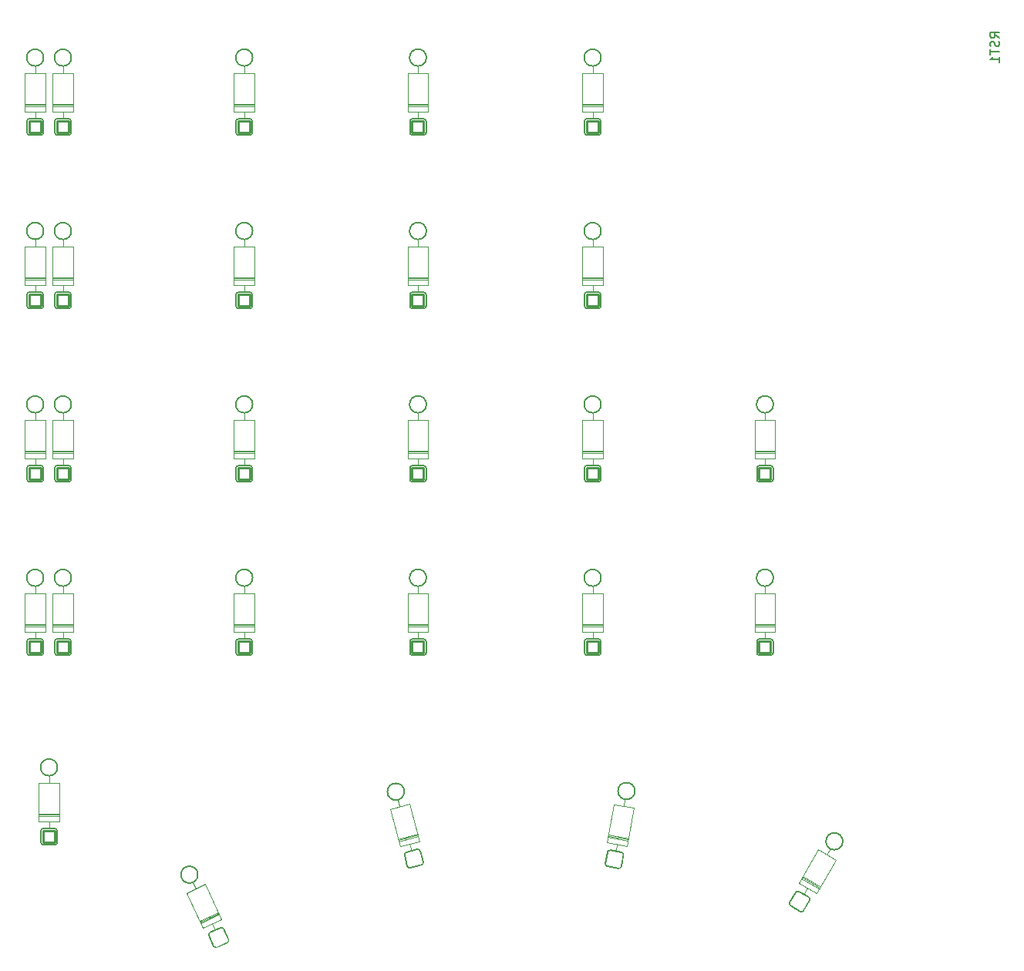
<source format=gbo>
%TF.GenerationSoftware,KiCad,Pcbnew,5.99.0-unknown-5f3c67bd2b~134~ubuntu20.04.1*%
%TF.CreationDate,2021-09-29T14:39:44+02:00*%
%TF.ProjectId,knuckle-pad,6b6e7563-6b6c-4652-9d70-61642e6b6963,rev?*%
%TF.SameCoordinates,Original*%
%TF.FileFunction,Legend,Bot*%
%TF.FilePolarity,Positive*%
%FSLAX46Y46*%
G04 Gerber Fmt 4.6, Leading zero omitted, Abs format (unit mm)*
G04 Created by KiCad (PCBNEW 5.99.0-unknown-5f3c67bd2b~134~ubuntu20.04.1) date 2021-09-29 14:39:44*
%MOMM*%
%LPD*%
G01*
G04 APERTURE LIST*
G04 Aperture macros list*
%AMRoundRect*
0 Rectangle with rounded corners*
0 $1 Rounding radius*
0 $2 $3 $4 $5 $6 $7 $8 $9 X,Y pos of 4 corners*
0 Add a 4 corners polygon primitive as box body*
4,1,4,$2,$3,$4,$5,$6,$7,$8,$9,$2,$3,0*
0 Add four circle primitives for the rounded corners*
1,1,$1+$1,$2,$3*
1,1,$1+$1,$4,$5*
1,1,$1+$1,$6,$7*
1,1,$1+$1,$8,$9*
0 Add four rect primitives between the rounded corners*
20,1,$1+$1,$2,$3,$4,$5,0*
20,1,$1+$1,$4,$5,$6,$7,0*
20,1,$1+$1,$6,$7,$8,$9,0*
20,1,$1+$1,$8,$9,$2,$3,0*%
%AMHorizOval*
0 Thick line with rounded ends*
0 $1 width*
0 $2 $3 position (X,Y) of the first rounded end (center of the circle)*
0 $4 $5 position (X,Y) of the second rounded end (center of the circle)*
0 Add line between two ends*
20,1,$1,$2,$3,$4,$5,0*
0 Add two circle primitives to create the rounded ends*
1,1,$1,$2,$3*
1,1,$1,$4,$5*%
G04 Aperture macros list end*
%ADD10C,0.150000*%
%ADD11C,0.127000*%
%ADD12C,0.120000*%
%ADD13R,1.752600X1.752600*%
%ADD14C,1.752600*%
%ADD15C,1.750000*%
%ADD16C,3.987800*%
%ADD17C,2.250000*%
%ADD18C,4.000000*%
%ADD19RoundRect,0.160000X0.640000X-0.640000X0.640000X0.640000X-0.640000X0.640000X-0.640000X-0.640000X0*%
%ADD20O,1.600000X1.600000*%
%ADD21RoundRect,0.160000X0.850513X-0.309561X0.309561X0.850513X-0.850513X0.309561X-0.309561X-0.850513X0*%
%ADD22HorizOval,1.600000X0.000000X0.000000X0.000000X0.000000X0*%
%ADD23RoundRect,0.160000X0.783837X-0.452548X0.452548X0.783837X-0.783837X0.452548X-0.452548X-0.783837X0*%
%ADD24HorizOval,1.600000X0.000000X0.000000X0.000000X0.000000X0*%
%ADD25RoundRect,0.160000X0.519142X-0.741412X0.741412X0.519142X-0.519142X0.741412X-0.741412X-0.519142X0*%
%ADD26HorizOval,1.600000X0.000000X0.000000X0.000000X0.000000X0*%
%ADD27RoundRect,0.160000X0.234256X-0.874256X0.874256X0.234256X-0.234256X0.874256X-0.874256X-0.234256X0*%
%ADD28HorizOval,1.600000X0.000000X0.000000X0.000000X0.000000X0*%
%ADD29C,2.000000*%
G04 APERTURE END LIST*
D10*
%TO.C,RST1*%
X207218380Y-38727190D02*
X206742190Y-38393857D01*
X207218380Y-38155761D02*
X206218380Y-38155761D01*
X206218380Y-38536714D01*
X206266000Y-38631952D01*
X206313619Y-38679571D01*
X206408857Y-38727190D01*
X206551714Y-38727190D01*
X206646952Y-38679571D01*
X206694571Y-38631952D01*
X206742190Y-38536714D01*
X206742190Y-38155761D01*
X207170761Y-39108142D02*
X207218380Y-39251000D01*
X207218380Y-39489095D01*
X207170761Y-39584333D01*
X207123142Y-39631952D01*
X207027904Y-39679571D01*
X206932666Y-39679571D01*
X206837428Y-39631952D01*
X206789809Y-39584333D01*
X206742190Y-39489095D01*
X206694571Y-39298619D01*
X206646952Y-39203380D01*
X206599333Y-39155761D01*
X206504095Y-39108142D01*
X206408857Y-39108142D01*
X206313619Y-39155761D01*
X206266000Y-39203380D01*
X206218380Y-39298619D01*
X206218380Y-39536714D01*
X206266000Y-39679571D01*
X206218380Y-39965285D02*
X206218380Y-40536714D01*
X207218380Y-40251000D02*
X206218380Y-40251000D01*
X207218380Y-41393857D02*
X207218380Y-40822428D01*
X207218380Y-41108142D02*
X206218380Y-41108142D01*
X206361238Y-41012904D01*
X206456476Y-40917666D01*
X206504095Y-40822428D01*
D11*
%TO.C,D1*%
X102235000Y-49149000D02*
X102235000Y-47879000D01*
D12*
X101346000Y-41833800D02*
X101346000Y-42545000D01*
D11*
X100711000Y-49403000D02*
X101981000Y-49403000D01*
D12*
X100226000Y-42584000D02*
X102466000Y-42584000D01*
X101346000Y-47625000D02*
X101346000Y-46824000D01*
D11*
X101981000Y-47625000D02*
X100711000Y-47625000D01*
D12*
X102466000Y-42584000D02*
X102466000Y-46824000D01*
X102466000Y-46824000D02*
X100226000Y-46824000D01*
X102466000Y-46104000D02*
X100226000Y-46104000D01*
X102466000Y-46224000D02*
X100226000Y-46224000D01*
X100226000Y-46824000D02*
X100226000Y-42584000D01*
D11*
X100457000Y-47879000D02*
X100457000Y-49149000D01*
D12*
X102466000Y-45984000D02*
X100226000Y-45984000D01*
D11*
X100711000Y-47625000D02*
G75*
G03*
X100457000Y-47879000I0J-254000D01*
G01*
X102235000Y-47879000D02*
G75*
G03*
X101981000Y-47625000I-254000J0D01*
G01*
X100457000Y-49149000D02*
G75*
G03*
X100711000Y-49403000I254000J0D01*
G01*
X101981000Y-49403000D02*
G75*
G03*
X102235000Y-49149000I0J254000D01*
G01*
X102270574Y-40894000D02*
G75*
G03*
X102270574Y-40894000I-924574J0D01*
G01*
%TO.C,D2*%
X100711000Y-68450000D02*
X101981000Y-68450000D01*
D12*
X100226000Y-61631000D02*
X102466000Y-61631000D01*
X102466000Y-65871000D02*
X100226000Y-65871000D01*
X102466000Y-65151000D02*
X100226000Y-65151000D01*
D11*
X102235000Y-68196000D02*
X102235000Y-66926000D01*
D12*
X102466000Y-61631000D02*
X102466000Y-65871000D01*
X101346000Y-60880800D02*
X101346000Y-61592000D01*
X100226000Y-65871000D02*
X100226000Y-61631000D01*
X101346000Y-66672000D02*
X101346000Y-65871000D01*
D11*
X101981000Y-66672000D02*
X100711000Y-66672000D01*
X100457000Y-66926000D02*
X100457000Y-68196000D01*
D12*
X102466000Y-65031000D02*
X100226000Y-65031000D01*
X102466000Y-65271000D02*
X100226000Y-65271000D01*
D11*
X101981000Y-68450000D02*
G75*
G03*
X102235000Y-68196000I0J254000D01*
G01*
X100457000Y-68196000D02*
G75*
G03*
X100711000Y-68450000I254000J0D01*
G01*
X100711000Y-66672000D02*
G75*
G03*
X100457000Y-66926000I0J-254000D01*
G01*
X102235000Y-66926000D02*
G75*
G03*
X101981000Y-66672000I-254000J0D01*
G01*
X102270574Y-59941000D02*
G75*
G03*
X102270574Y-59941000I-924574J0D01*
G01*
D12*
%TO.C,D3*%
X102466000Y-84324000D02*
X100226000Y-84324000D01*
X100226000Y-80684000D02*
X102466000Y-80684000D01*
X102466000Y-84084000D02*
X100226000Y-84084000D01*
X102466000Y-80684000D02*
X102466000Y-84924000D01*
D11*
X100711000Y-87503000D02*
X101981000Y-87503000D01*
D12*
X102466000Y-84924000D02*
X100226000Y-84924000D01*
D11*
X102235000Y-87249000D02*
X102235000Y-85979000D01*
D12*
X102466000Y-84204000D02*
X100226000Y-84204000D01*
D11*
X101981000Y-85725000D02*
X100711000Y-85725000D01*
X100457000Y-85979000D02*
X100457000Y-87249000D01*
D12*
X101346000Y-79933800D02*
X101346000Y-80645000D01*
X101346000Y-85725000D02*
X101346000Y-84924000D01*
X100226000Y-84924000D02*
X100226000Y-80684000D01*
D11*
X100711000Y-85725000D02*
G75*
G03*
X100457000Y-85979000I0J-254000D01*
G01*
X102235000Y-85979000D02*
G75*
G03*
X101981000Y-85725000I-254000J0D01*
G01*
X101981000Y-87503000D02*
G75*
G03*
X102235000Y-87249000I0J254000D01*
G01*
X100457000Y-87249000D02*
G75*
G03*
X100711000Y-87503000I254000J0D01*
G01*
X102270574Y-78994000D02*
G75*
G03*
X102270574Y-78994000I-924574J0D01*
G01*
D12*
%TO.C,D4*%
X102466000Y-103374000D02*
X100226000Y-103374000D01*
X102466000Y-103974000D02*
X100226000Y-103974000D01*
X100226000Y-103974000D02*
X100226000Y-99734000D01*
X102466000Y-99734000D02*
X102466000Y-103974000D01*
X101346000Y-98983800D02*
X101346000Y-99695000D01*
X102466000Y-103134000D02*
X100226000Y-103134000D01*
D11*
X102235000Y-106299000D02*
X102235000Y-105029000D01*
D12*
X100226000Y-99734000D02*
X102466000Y-99734000D01*
D11*
X100457000Y-105029000D02*
X100457000Y-106299000D01*
D12*
X102466000Y-103254000D02*
X100226000Y-103254000D01*
D11*
X101981000Y-104775000D02*
X100711000Y-104775000D01*
X100711000Y-106553000D02*
X101981000Y-106553000D01*
D12*
X101346000Y-104775000D02*
X101346000Y-103974000D01*
D11*
X102235000Y-105029000D02*
G75*
G03*
X101981000Y-104775000I-254000J0D01*
G01*
X100457000Y-106299000D02*
G75*
G03*
X100711000Y-106553000I254000J0D01*
G01*
X101981000Y-106553000D02*
G75*
G03*
X102235000Y-106299000I0J254000D01*
G01*
X100711000Y-104775000D02*
G75*
G03*
X100457000Y-105029000I0J-254000D01*
G01*
X102270574Y-98044000D02*
G75*
G03*
X102270574Y-98044000I-924574J0D01*
G01*
D12*
%TO.C,D5*%
X103990000Y-124202000D02*
X101750000Y-124202000D01*
X103990000Y-120562000D02*
X103990000Y-124802000D01*
D11*
X101981000Y-125857000D02*
X101981000Y-127127000D01*
D12*
X103990000Y-123962000D02*
X101750000Y-123962000D01*
D11*
X103505000Y-125603000D02*
X102235000Y-125603000D01*
X103759000Y-127127000D02*
X103759000Y-125857000D01*
D12*
X103990000Y-124082000D02*
X101750000Y-124082000D01*
X102870000Y-119811800D02*
X102870000Y-120523000D01*
X101750000Y-120562000D02*
X103990000Y-120562000D01*
D11*
X102235000Y-127381000D02*
X103505000Y-127381000D01*
D12*
X102870000Y-125603000D02*
X102870000Y-124802000D01*
X101750000Y-124802000D02*
X101750000Y-120562000D01*
X103990000Y-124802000D02*
X101750000Y-124802000D01*
D11*
X102235000Y-125603000D02*
G75*
G03*
X101981000Y-125857000I0J-254000D01*
G01*
X103759000Y-125857000D02*
G75*
G03*
X103505000Y-125603000I-254000J0D01*
G01*
X103505000Y-127381000D02*
G75*
G03*
X103759000Y-127127000I0J254000D01*
G01*
X101981000Y-127127000D02*
G75*
G03*
X102235000Y-127381000I254000J0D01*
G01*
X103794574Y-118872000D02*
G75*
G03*
X103794574Y-118872000I-924574J0D01*
G01*
D12*
%TO.C,D6*%
X104394000Y-47625000D02*
X104394000Y-46824000D01*
X105514000Y-46104000D02*
X103274000Y-46104000D01*
X105514000Y-46224000D02*
X103274000Y-46224000D01*
X104394000Y-41833800D02*
X104394000Y-42545000D01*
X103274000Y-46824000D02*
X103274000Y-42584000D01*
X105514000Y-45984000D02*
X103274000Y-45984000D01*
D11*
X105283000Y-49149000D02*
X105283000Y-47879000D01*
D12*
X105514000Y-42584000D02*
X105514000Y-46824000D01*
D11*
X103505000Y-47879000D02*
X103505000Y-49149000D01*
D12*
X103274000Y-42584000D02*
X105514000Y-42584000D01*
X105514000Y-46824000D02*
X103274000Y-46824000D01*
D11*
X103759000Y-49403000D02*
X105029000Y-49403000D01*
X105029000Y-47625000D02*
X103759000Y-47625000D01*
X105283000Y-47879000D02*
G75*
G03*
X105029000Y-47625000I-254000J0D01*
G01*
X103505000Y-49149000D02*
G75*
G03*
X103759000Y-49403000I254000J0D01*
G01*
X103759000Y-47625000D02*
G75*
G03*
X103505000Y-47879000I0J-254000D01*
G01*
X105029000Y-49403000D02*
G75*
G03*
X105283000Y-49149000I0J254000D01*
G01*
X105318574Y-40894000D02*
G75*
G03*
X105318574Y-40894000I-924574J0D01*
G01*
D12*
%TO.C,D7*%
X105514000Y-65874000D02*
X103274000Y-65874000D01*
X104394000Y-66675000D02*
X104394000Y-65874000D01*
D11*
X105029000Y-66675000D02*
X103759000Y-66675000D01*
X105283000Y-68199000D02*
X105283000Y-66929000D01*
D12*
X104394000Y-60883800D02*
X104394000Y-61595000D01*
X103274000Y-61634000D02*
X105514000Y-61634000D01*
X105514000Y-65274000D02*
X103274000Y-65274000D01*
X105514000Y-61634000D02*
X105514000Y-65874000D01*
X105514000Y-65034000D02*
X103274000Y-65034000D01*
D11*
X103759000Y-68453000D02*
X105029000Y-68453000D01*
X103505000Y-66929000D02*
X103505000Y-68199000D01*
D12*
X103274000Y-65874000D02*
X103274000Y-61634000D01*
X105514000Y-65154000D02*
X103274000Y-65154000D01*
D11*
X103759000Y-66675000D02*
G75*
G03*
X103505000Y-66929000I0J-254000D01*
G01*
X103505000Y-68199000D02*
G75*
G03*
X103759000Y-68453000I254000J0D01*
G01*
X105029000Y-68453000D02*
G75*
G03*
X105283000Y-68199000I0J254000D01*
G01*
X105283000Y-66929000D02*
G75*
G03*
X105029000Y-66675000I-254000J0D01*
G01*
X105318574Y-59944000D02*
G75*
G03*
X105318574Y-59944000I-924574J0D01*
G01*
%TO.C,D8*%
X105283000Y-87249000D02*
X105283000Y-85979000D01*
D12*
X104394000Y-79933800D02*
X104394000Y-80645000D01*
D11*
X103759000Y-87503000D02*
X105029000Y-87503000D01*
D12*
X103274000Y-80684000D02*
X105514000Y-80684000D01*
D11*
X105029000Y-85725000D02*
X103759000Y-85725000D01*
D12*
X105514000Y-84924000D02*
X103274000Y-84924000D01*
X105514000Y-84324000D02*
X103274000Y-84324000D01*
X103274000Y-84924000D02*
X103274000Y-80684000D01*
X105514000Y-84204000D02*
X103274000Y-84204000D01*
X104394000Y-85725000D02*
X104394000Y-84924000D01*
X105514000Y-84084000D02*
X103274000Y-84084000D01*
D11*
X103505000Y-85979000D02*
X103505000Y-87249000D01*
D12*
X105514000Y-80684000D02*
X105514000Y-84924000D01*
D11*
X103759000Y-85725000D02*
G75*
G03*
X103505000Y-85979000I0J-254000D01*
G01*
X105283000Y-85979000D02*
G75*
G03*
X105029000Y-85725000I-254000J0D01*
G01*
X103505000Y-87249000D02*
G75*
G03*
X103759000Y-87503000I254000J0D01*
G01*
X105029000Y-87503000D02*
G75*
G03*
X105283000Y-87249000I0J254000D01*
G01*
X105318574Y-78994000D02*
G75*
G03*
X105318574Y-78994000I-924574J0D01*
G01*
%TO.C,D9*%
X103505000Y-105029000D02*
X103505000Y-106299000D01*
X103759000Y-106553000D02*
X105029000Y-106553000D01*
X105029000Y-104775000D02*
X103759000Y-104775000D01*
D12*
X104394000Y-104775000D02*
X104394000Y-103974000D01*
D11*
X105283000Y-106299000D02*
X105283000Y-105029000D01*
D12*
X103274000Y-103974000D02*
X103274000Y-99734000D01*
X104394000Y-98983800D02*
X104394000Y-99695000D01*
X105514000Y-99734000D02*
X105514000Y-103974000D01*
X105514000Y-103134000D02*
X103274000Y-103134000D01*
X105514000Y-103254000D02*
X103274000Y-103254000D01*
X105514000Y-103374000D02*
X103274000Y-103374000D01*
X105514000Y-103974000D02*
X103274000Y-103974000D01*
X103274000Y-99734000D02*
X105514000Y-99734000D01*
D11*
X103759000Y-104775000D02*
G75*
G03*
X103505000Y-105029000I0J-254000D01*
G01*
X105029000Y-106553000D02*
G75*
G03*
X105283000Y-106299000I0J254000D01*
G01*
X103505000Y-106299000D02*
G75*
G03*
X103759000Y-106553000I254000J0D01*
G01*
X105283000Y-105029000D02*
G75*
G03*
X105029000Y-104775000I-254000J0D01*
G01*
X105318574Y-98044000D02*
G75*
G03*
X105318574Y-98044000I-924574J0D01*
G01*
D12*
%TO.C,D10*%
X123180000Y-42584000D02*
X125420000Y-42584000D01*
D11*
X124935000Y-47625000D02*
X123665000Y-47625000D01*
X123411000Y-47879000D02*
X123411000Y-49149000D01*
D12*
X125420000Y-45984000D02*
X123180000Y-45984000D01*
X125420000Y-42584000D02*
X125420000Y-46824000D01*
X125420000Y-46824000D02*
X123180000Y-46824000D01*
D11*
X125189000Y-49149000D02*
X125189000Y-47879000D01*
D12*
X124300000Y-47625000D02*
X124300000Y-46824000D01*
D11*
X123665000Y-49403000D02*
X124935000Y-49403000D01*
D12*
X125420000Y-46104000D02*
X123180000Y-46104000D01*
X123180000Y-46824000D02*
X123180000Y-42584000D01*
X125420000Y-46224000D02*
X123180000Y-46224000D01*
X124300000Y-41833800D02*
X124300000Y-42545000D01*
D11*
X124935000Y-49403000D02*
G75*
G03*
X125189000Y-49149000I0J254000D01*
G01*
X125189000Y-47879000D02*
G75*
G03*
X124935000Y-47625000I-254000J0D01*
G01*
X123665000Y-47625000D02*
G75*
G03*
X123411000Y-47879000I0J-254000D01*
G01*
X123411000Y-49149000D02*
G75*
G03*
X123665000Y-49403000I254000J0D01*
G01*
X125224574Y-40894000D02*
G75*
G03*
X125224574Y-40894000I-924574J0D01*
G01*
D12*
%TO.C,D11*%
X124300000Y-66675000D02*
X124300000Y-65874000D01*
X125420000Y-61634000D02*
X125420000Y-65874000D01*
X125420000Y-65274000D02*
X123180000Y-65274000D01*
D11*
X123665000Y-68453000D02*
X124935000Y-68453000D01*
D12*
X125420000Y-65154000D02*
X123180000Y-65154000D01*
X124300000Y-60883800D02*
X124300000Y-61595000D01*
X123180000Y-65874000D02*
X123180000Y-61634000D01*
D11*
X125189000Y-68199000D02*
X125189000Y-66929000D01*
D12*
X125420000Y-65034000D02*
X123180000Y-65034000D01*
X123180000Y-61634000D02*
X125420000Y-61634000D01*
X125420000Y-65874000D02*
X123180000Y-65874000D01*
D11*
X124935000Y-66675000D02*
X123665000Y-66675000D01*
X123411000Y-66929000D02*
X123411000Y-68199000D01*
X124935000Y-68453000D02*
G75*
G03*
X125189000Y-68199000I0J254000D01*
G01*
X123411000Y-68199000D02*
G75*
G03*
X123665000Y-68453000I254000J0D01*
G01*
X125189000Y-66929000D02*
G75*
G03*
X124935000Y-66675000I-254000J0D01*
G01*
X123665000Y-66675000D02*
G75*
G03*
X123411000Y-66929000I0J-254000D01*
G01*
X125224574Y-59944000D02*
G75*
G03*
X125224574Y-59944000I-924574J0D01*
G01*
D12*
%TO.C,D12*%
X124300000Y-85725000D02*
X124300000Y-84924000D01*
X125420000Y-84204000D02*
X123180000Y-84204000D01*
D11*
X123411000Y-85979000D02*
X123411000Y-87249000D01*
D12*
X123180000Y-80684000D02*
X125420000Y-80684000D01*
X125420000Y-80684000D02*
X125420000Y-84924000D01*
X125420000Y-84924000D02*
X123180000Y-84924000D01*
X125420000Y-84324000D02*
X123180000Y-84324000D01*
X124300000Y-79933800D02*
X124300000Y-80645000D01*
X123180000Y-84924000D02*
X123180000Y-80684000D01*
X125420000Y-84084000D02*
X123180000Y-84084000D01*
D11*
X124935000Y-85725000D02*
X123665000Y-85725000D01*
X125189000Y-87249000D02*
X125189000Y-85979000D01*
X123665000Y-87503000D02*
X124935000Y-87503000D01*
X124935000Y-87503000D02*
G75*
G03*
X125189000Y-87249000I0J254000D01*
G01*
X125189000Y-85979000D02*
G75*
G03*
X124935000Y-85725000I-254000J0D01*
G01*
X123665000Y-85725000D02*
G75*
G03*
X123411000Y-85979000I0J-254000D01*
G01*
X123411000Y-87249000D02*
G75*
G03*
X123665000Y-87503000I254000J0D01*
G01*
X125224574Y-78994000D02*
G75*
G03*
X125224574Y-78994000I-924574J0D01*
G01*
D12*
%TO.C,D13*%
X124300000Y-104775000D02*
X124300000Y-103974000D01*
X125420000Y-103374000D02*
X123180000Y-103374000D01*
D11*
X125189000Y-106299000D02*
X125189000Y-105029000D01*
X124935000Y-104775000D02*
X123665000Y-104775000D01*
D12*
X125420000Y-103974000D02*
X123180000Y-103974000D01*
X125420000Y-103134000D02*
X123180000Y-103134000D01*
X123180000Y-103974000D02*
X123180000Y-99734000D01*
X123180000Y-99734000D02*
X125420000Y-99734000D01*
X125420000Y-103254000D02*
X123180000Y-103254000D01*
X125420000Y-99734000D02*
X125420000Y-103974000D01*
D11*
X123665000Y-106553000D02*
X124935000Y-106553000D01*
D12*
X124300000Y-98983800D02*
X124300000Y-99695000D01*
D11*
X123411000Y-105029000D02*
X123411000Y-106299000D01*
X123411000Y-106299000D02*
G75*
G03*
X123665000Y-106553000I254000J0D01*
G01*
X123665000Y-104775000D02*
G75*
G03*
X123411000Y-105029000I0J-254000D01*
G01*
X125189000Y-105029000D02*
G75*
G03*
X124935000Y-104775000I-254000J0D01*
G01*
X124935000Y-106553000D02*
G75*
G03*
X125189000Y-106299000I0J254000D01*
G01*
X125224574Y-98044000D02*
G75*
G03*
X125224574Y-98044000I-924574J0D01*
G01*
D12*
%TO.C,D14*%
X119768886Y-136506705D02*
X117976985Y-132663960D01*
X121444016Y-134798742D02*
X119413887Y-135745406D01*
X117976985Y-132663960D02*
X120007114Y-131717295D01*
D11*
X121697973Y-136490962D02*
X120546962Y-137027688D01*
D12*
X121799015Y-135560040D02*
X119768886Y-136506705D01*
X121545444Y-135016255D02*
X119515315Y-135962920D01*
X121122468Y-136759325D02*
X120783951Y-136033373D01*
D11*
X122572246Y-137764830D02*
X122035521Y-136613820D01*
D12*
X120007114Y-131717295D02*
X121799015Y-135560040D01*
D11*
X121298378Y-138639103D02*
X122449389Y-138102378D01*
D12*
X121494730Y-134907498D02*
X119464601Y-135854163D01*
D11*
X120424105Y-137365235D02*
X120960831Y-138516246D01*
D12*
X118675001Y-131510715D02*
X118975567Y-132155281D01*
D11*
X122035521Y-136613820D02*
G75*
G03*
X121697973Y-136490962I-230203J-107345D01*
G01*
X122449390Y-138102378D02*
G75*
G03*
X122572246Y-137764830I-107346J230202D01*
G01*
X120960831Y-138516246D02*
G75*
G03*
X121298378Y-138639103I230202J107345D01*
G01*
X120546963Y-137027687D02*
G75*
G03*
X120424105Y-137365235I107345J-230203D01*
G01*
X119202397Y-130658967D02*
G75*
G03*
X119202397Y-130658967I-924573J0D01*
G01*
%TO.C,D15*%
X144272000Y-49149000D02*
X144272000Y-47879000D01*
D12*
X144503000Y-46224000D02*
X142263000Y-46224000D01*
X144503000Y-42584000D02*
X144503000Y-46824000D01*
D11*
X144018000Y-47625000D02*
X142748000Y-47625000D01*
X142748000Y-49403000D02*
X144018000Y-49403000D01*
D12*
X144503000Y-46104000D02*
X142263000Y-46104000D01*
X143383000Y-47625000D02*
X143383000Y-46824000D01*
X143383000Y-41833800D02*
X143383000Y-42545000D01*
X144503000Y-46824000D02*
X142263000Y-46824000D01*
X142263000Y-42584000D02*
X144503000Y-42584000D01*
X142263000Y-46824000D02*
X142263000Y-42584000D01*
X144503000Y-45984000D02*
X142263000Y-45984000D01*
D11*
X142494000Y-47879000D02*
X142494000Y-49149000D01*
X142494000Y-49149000D02*
G75*
G03*
X142748000Y-49403000I254000J0D01*
G01*
X142748000Y-47625000D02*
G75*
G03*
X142494000Y-47879000I0J-254000D01*
G01*
X144272000Y-47879000D02*
G75*
G03*
X144018000Y-47625000I-254000J0D01*
G01*
X144018000Y-49403000D02*
G75*
G03*
X144272000Y-49149000I0J254000D01*
G01*
X144307574Y-40894000D02*
G75*
G03*
X144307574Y-40894000I-924574J0D01*
G01*
%TO.C,D16*%
X142494000Y-66929000D02*
X142494000Y-68199000D01*
X144272000Y-68199000D02*
X144272000Y-66929000D01*
D12*
X144503000Y-65874000D02*
X142263000Y-65874000D01*
X144503000Y-65034000D02*
X142263000Y-65034000D01*
X144503000Y-65274000D02*
X142263000Y-65274000D01*
D11*
X144018000Y-66675000D02*
X142748000Y-66675000D01*
D12*
X143383000Y-60883800D02*
X143383000Y-61595000D01*
X142263000Y-61634000D02*
X144503000Y-61634000D01*
X144503000Y-65154000D02*
X142263000Y-65154000D01*
X143383000Y-66675000D02*
X143383000Y-65874000D01*
X142263000Y-65874000D02*
X142263000Y-61634000D01*
D11*
X142748000Y-68453000D02*
X144018000Y-68453000D01*
D12*
X144503000Y-61634000D02*
X144503000Y-65874000D01*
D11*
X142748000Y-66675000D02*
G75*
G03*
X142494000Y-66929000I0J-254000D01*
G01*
X142494000Y-68199000D02*
G75*
G03*
X142748000Y-68453000I254000J0D01*
G01*
X144018000Y-68453000D02*
G75*
G03*
X144272000Y-68199000I0J254000D01*
G01*
X144272000Y-66929000D02*
G75*
G03*
X144018000Y-66675000I-254000J0D01*
G01*
X144307574Y-59944000D02*
G75*
G03*
X144307574Y-59944000I-924574J0D01*
G01*
D12*
%TO.C,D17*%
X144503000Y-84324000D02*
X142263000Y-84324000D01*
X142263000Y-80684000D02*
X144503000Y-80684000D01*
D11*
X142494000Y-85979000D02*
X142494000Y-87249000D01*
D12*
X143383000Y-85725000D02*
X143383000Y-84924000D01*
X144503000Y-84084000D02*
X142263000Y-84084000D01*
X144503000Y-80684000D02*
X144503000Y-84924000D01*
D11*
X144018000Y-85725000D02*
X142748000Y-85725000D01*
X144272000Y-87249000D02*
X144272000Y-85979000D01*
D12*
X142263000Y-84924000D02*
X142263000Y-80684000D01*
X143383000Y-79933800D02*
X143383000Y-80645000D01*
D11*
X142748000Y-87503000D02*
X144018000Y-87503000D01*
D12*
X144503000Y-84924000D02*
X142263000Y-84924000D01*
X144503000Y-84204000D02*
X142263000Y-84204000D01*
D11*
X142748000Y-85725000D02*
G75*
G03*
X142494000Y-85979000I0J-254000D01*
G01*
X144272000Y-85979000D02*
G75*
G03*
X144018000Y-85725000I-254000J0D01*
G01*
X144018000Y-87503000D02*
G75*
G03*
X144272000Y-87249000I0J254000D01*
G01*
X142494000Y-87249000D02*
G75*
G03*
X142748000Y-87503000I254000J0D01*
G01*
X144307574Y-78994000D02*
G75*
G03*
X144307574Y-78994000I-924574J0D01*
G01*
%TO.C,D18*%
X142494000Y-105029000D02*
X142494000Y-106299000D01*
D12*
X143383000Y-104775000D02*
X143383000Y-103974000D01*
X142263000Y-103974000D02*
X142263000Y-99734000D01*
X143383000Y-98983800D02*
X143383000Y-99695000D01*
X144503000Y-103974000D02*
X142263000Y-103974000D01*
X142263000Y-99734000D02*
X144503000Y-99734000D01*
D11*
X144018000Y-104775000D02*
X142748000Y-104775000D01*
D12*
X144503000Y-99734000D02*
X144503000Y-103974000D01*
X144503000Y-103254000D02*
X142263000Y-103254000D01*
X144503000Y-103134000D02*
X142263000Y-103134000D01*
D11*
X142748000Y-106553000D02*
X144018000Y-106553000D01*
D12*
X144503000Y-103374000D02*
X142263000Y-103374000D01*
D11*
X144272000Y-106299000D02*
X144272000Y-105029000D01*
X142494000Y-106299000D02*
G75*
G03*
X142748000Y-106553000I254000J0D01*
G01*
X144272000Y-105029000D02*
G75*
G03*
X144018000Y-104775000I-254000J0D01*
G01*
X142748000Y-104775000D02*
G75*
G03*
X142494000Y-105029000I0J-254000D01*
G01*
X144018000Y-106553000D02*
G75*
G03*
X144272000Y-106299000I0J254000D01*
G01*
X144307574Y-98044000D02*
G75*
G03*
X144307574Y-98044000I-924574J0D01*
G01*
D12*
%TO.C,D19*%
X142693414Y-128043469D02*
X142486100Y-127269763D01*
X143412646Y-126400330D02*
X141248972Y-126980085D01*
D11*
X141900446Y-128518905D02*
X142229147Y-129745630D01*
D12*
X141404263Y-127559640D02*
X140306871Y-123464115D01*
D11*
X142540232Y-129925236D02*
X143766958Y-129596535D01*
D12*
X141194542Y-122449600D02*
X141378614Y-123136566D01*
X142470545Y-122884360D02*
X143567937Y-126979885D01*
D11*
X143946563Y-129285450D02*
X143617863Y-128058724D01*
D12*
X143567937Y-126979885D02*
X141404263Y-127559640D01*
X143350529Y-126168508D02*
X141186855Y-126748262D01*
D11*
X143306777Y-127879119D02*
X142080052Y-128207819D01*
D12*
X143381588Y-126284419D02*
X141217914Y-126864173D01*
X140306871Y-123464115D02*
X142470545Y-122884360D01*
D11*
X143617862Y-128058724D02*
G75*
G03*
X143306777Y-127879119I-245345J-65740D01*
G01*
X142229146Y-129745630D02*
G75*
G03*
X142540232Y-129925236I245346J65740D01*
G01*
X143766958Y-129596535D02*
G75*
G03*
X143946563Y-129285450I-65740J245345D01*
G01*
X142080052Y-128207819D02*
G75*
G03*
X141900446Y-128518905I65740J-245346D01*
G01*
X141875877Y-121541823D02*
G75*
G03*
X141875877Y-121541823I-924574J0D01*
G01*
D12*
%TO.C,D20*%
X163680000Y-46824000D02*
X161440000Y-46824000D01*
X163680000Y-45984000D02*
X161440000Y-45984000D01*
X162560000Y-41833800D02*
X162560000Y-42545000D01*
X163680000Y-46224000D02*
X161440000Y-46224000D01*
D11*
X161671000Y-47879000D02*
X161671000Y-49149000D01*
D12*
X162560000Y-47625000D02*
X162560000Y-46824000D01*
X161440000Y-46824000D02*
X161440000Y-42584000D01*
D11*
X161925000Y-49403000D02*
X163195000Y-49403000D01*
D12*
X163680000Y-42584000D02*
X163680000Y-46824000D01*
D11*
X163449000Y-49149000D02*
X163449000Y-47879000D01*
D12*
X163680000Y-46104000D02*
X161440000Y-46104000D01*
X161440000Y-42584000D02*
X163680000Y-42584000D01*
D11*
X163195000Y-47625000D02*
X161925000Y-47625000D01*
X163195000Y-49403000D02*
G75*
G03*
X163449000Y-49149000I0J254000D01*
G01*
X161671000Y-49149000D02*
G75*
G03*
X161925000Y-49403000I254000J0D01*
G01*
X163449000Y-47879000D02*
G75*
G03*
X163195000Y-47625000I-254000J0D01*
G01*
X161925000Y-47625000D02*
G75*
G03*
X161671000Y-47879000I0J-254000D01*
G01*
X163484574Y-40894000D02*
G75*
G03*
X163484574Y-40894000I-924574J0D01*
G01*
D12*
%TO.C,D21*%
X161440000Y-61634000D02*
X163680000Y-61634000D01*
X161440000Y-65874000D02*
X161440000Y-61634000D01*
X163680000Y-65034000D02*
X161440000Y-65034000D01*
X163680000Y-65154000D02*
X161440000Y-65154000D01*
D11*
X163449000Y-68199000D02*
X163449000Y-66929000D01*
D12*
X162560000Y-66675000D02*
X162560000Y-65874000D01*
X163680000Y-61634000D02*
X163680000Y-65874000D01*
D11*
X161925000Y-68453000D02*
X163195000Y-68453000D01*
D12*
X162560000Y-60883800D02*
X162560000Y-61595000D01*
D11*
X163195000Y-66675000D02*
X161925000Y-66675000D01*
D12*
X163680000Y-65874000D02*
X161440000Y-65874000D01*
D11*
X161671000Y-66929000D02*
X161671000Y-68199000D01*
D12*
X163680000Y-65274000D02*
X161440000Y-65274000D01*
D11*
X161671000Y-68199000D02*
G75*
G03*
X161925000Y-68453000I254000J0D01*
G01*
X161925000Y-66675000D02*
G75*
G03*
X161671000Y-66929000I0J-254000D01*
G01*
X163195000Y-68453000D02*
G75*
G03*
X163449000Y-68199000I0J254000D01*
G01*
X163449000Y-66929000D02*
G75*
G03*
X163195000Y-66675000I-254000J0D01*
G01*
X163484574Y-59944000D02*
G75*
G03*
X163484574Y-59944000I-924574J0D01*
G01*
D12*
%TO.C,D22*%
X163680000Y-84084000D02*
X161440000Y-84084000D01*
X162560000Y-85725000D02*
X162560000Y-84924000D01*
D11*
X161671000Y-85979000D02*
X161671000Y-87249000D01*
D12*
X163680000Y-84204000D02*
X161440000Y-84204000D01*
X161440000Y-84924000D02*
X161440000Y-80684000D01*
X162560000Y-79933800D02*
X162560000Y-80645000D01*
X163680000Y-84924000D02*
X161440000Y-84924000D01*
X161440000Y-80684000D02*
X163680000Y-80684000D01*
D11*
X163195000Y-85725000D02*
X161925000Y-85725000D01*
X163449000Y-87249000D02*
X163449000Y-85979000D01*
D12*
X163680000Y-84324000D02*
X161440000Y-84324000D01*
X163680000Y-80684000D02*
X163680000Y-84924000D01*
D11*
X161925000Y-87503000D02*
X163195000Y-87503000D01*
X163195000Y-87503000D02*
G75*
G03*
X163449000Y-87249000I0J254000D01*
G01*
X161925000Y-85725000D02*
G75*
G03*
X161671000Y-85979000I0J-254000D01*
G01*
X161671000Y-87249000D02*
G75*
G03*
X161925000Y-87503000I254000J0D01*
G01*
X163449000Y-85979000D02*
G75*
G03*
X163195000Y-85725000I-254000J0D01*
G01*
X163484574Y-78994000D02*
G75*
G03*
X163484574Y-78994000I-924574J0D01*
G01*
D12*
%TO.C,D23*%
X161440000Y-103974000D02*
X161440000Y-99734000D01*
D11*
X163449000Y-106299000D02*
X163449000Y-105029000D01*
D12*
X162560000Y-104775000D02*
X162560000Y-103974000D01*
X163680000Y-103134000D02*
X161440000Y-103134000D01*
X162560000Y-98983800D02*
X162560000Y-99695000D01*
X163680000Y-103374000D02*
X161440000Y-103374000D01*
X163680000Y-103974000D02*
X161440000Y-103974000D01*
X161440000Y-99734000D02*
X163680000Y-99734000D01*
D11*
X161925000Y-106553000D02*
X163195000Y-106553000D01*
X163195000Y-104775000D02*
X161925000Y-104775000D01*
D12*
X163680000Y-99734000D02*
X163680000Y-103974000D01*
X163680000Y-103254000D02*
X161440000Y-103254000D01*
D11*
X161671000Y-105029000D02*
X161671000Y-106299000D01*
X163195000Y-106553000D02*
G75*
G03*
X163449000Y-106299000I0J254000D01*
G01*
X161925000Y-104775000D02*
G75*
G03*
X161671000Y-105029000I0J-254000D01*
G01*
X161671000Y-106299000D02*
G75*
G03*
X161925000Y-106553000I254000J0D01*
G01*
X163449000Y-105029000D02*
G75*
G03*
X163195000Y-104775000I-254000J0D01*
G01*
X163484574Y-98044000D02*
G75*
G03*
X163484574Y-98044000I-924574J0D01*
G01*
D12*
%TO.C,D24*%
X165100774Y-128098623D02*
X165239866Y-127309792D01*
X166488715Y-126677040D02*
X164282746Y-126288068D01*
D11*
X165726127Y-128208890D02*
X164475421Y-127988357D01*
X165711628Y-129753844D02*
X165932161Y-128503138D01*
X164181173Y-128194391D02*
X163960640Y-129445097D01*
X164166674Y-129739345D02*
X165417380Y-129959878D01*
D12*
X166467877Y-126795217D02*
X164261908Y-126406245D01*
X166342851Y-127504278D02*
X164136881Y-127115306D01*
X167079119Y-123328694D02*
X166342851Y-127504278D01*
X166447039Y-126913394D02*
X164241070Y-126524422D01*
X166106405Y-122395405D02*
X165982906Y-123095800D01*
X164136881Y-127115306D02*
X164873149Y-122939722D01*
X164873149Y-122939722D02*
X167079119Y-123328694D01*
D11*
X165417380Y-129959878D02*
G75*
G03*
X165711628Y-129753844I44107J250141D01*
G01*
X165932161Y-128503138D02*
G75*
G03*
X165726127Y-128208890I-250141J44107D01*
G01*
X163960640Y-129445097D02*
G75*
G03*
X164166674Y-129739345I250141J-44107D01*
G01*
X164475421Y-127988357D02*
G75*
G03*
X164181173Y-128194391I-44107J-250141D01*
G01*
X167194173Y-121469882D02*
G75*
G03*
X167194173Y-121469882I-924573J0D01*
G01*
%TO.C,D25*%
X182118000Y-85725000D02*
X180848000Y-85725000D01*
D12*
X182603000Y-84084000D02*
X180363000Y-84084000D01*
X182603000Y-84204000D02*
X180363000Y-84204000D01*
X180363000Y-84924000D02*
X180363000Y-80684000D01*
X182603000Y-84324000D02*
X180363000Y-84324000D01*
X180363000Y-80684000D02*
X182603000Y-80684000D01*
X181483000Y-85725000D02*
X181483000Y-84924000D01*
D11*
X180594000Y-85979000D02*
X180594000Y-87249000D01*
D12*
X182603000Y-80684000D02*
X182603000Y-84924000D01*
D11*
X182372000Y-87249000D02*
X182372000Y-85979000D01*
D12*
X182603000Y-84924000D02*
X180363000Y-84924000D01*
X181483000Y-79933800D02*
X181483000Y-80645000D01*
D11*
X180848000Y-87503000D02*
X182118000Y-87503000D01*
X180848000Y-85725000D02*
G75*
G03*
X180594000Y-85979000I0J-254000D01*
G01*
X180594000Y-87249000D02*
G75*
G03*
X180848000Y-87503000I254000J0D01*
G01*
X182372000Y-85979000D02*
G75*
G03*
X182118000Y-85725000I-254000J0D01*
G01*
X182118000Y-87503000D02*
G75*
G03*
X182372000Y-87249000I0J254000D01*
G01*
X182407574Y-78994000D02*
G75*
G03*
X182407574Y-78994000I-924574J0D01*
G01*
D12*
%TO.C,D26*%
X180363000Y-103974000D02*
X180363000Y-99734000D01*
X182603000Y-103134000D02*
X180363000Y-103134000D01*
X182603000Y-99734000D02*
X182603000Y-103974000D01*
D11*
X182118000Y-104775000D02*
X180848000Y-104775000D01*
D12*
X182603000Y-103374000D02*
X180363000Y-103374000D01*
X180363000Y-99734000D02*
X182603000Y-99734000D01*
X181483000Y-104775000D02*
X181483000Y-103974000D01*
D11*
X180594000Y-105029000D02*
X180594000Y-106299000D01*
D12*
X182603000Y-103974000D02*
X180363000Y-103974000D01*
D11*
X182372000Y-106299000D02*
X182372000Y-105029000D01*
X180848000Y-106553000D02*
X182118000Y-106553000D01*
D12*
X182603000Y-103254000D02*
X180363000Y-103254000D01*
X181483000Y-98983800D02*
X181483000Y-99695000D01*
D11*
X180848000Y-104775000D02*
G75*
G03*
X180594000Y-105029000I0J-254000D01*
G01*
X182118000Y-106553000D02*
G75*
G03*
X182372000Y-106299000I0J254000D01*
G01*
X180594000Y-106299000D02*
G75*
G03*
X180848000Y-106553000I254000J0D01*
G01*
X182372000Y-105029000D02*
G75*
G03*
X182118000Y-104775000I-254000J0D01*
G01*
X182407574Y-98044000D02*
G75*
G03*
X182407574Y-98044000I-924574J0D01*
G01*
%TO.C,D27*%
X186287426Y-133149160D02*
X185187574Y-132514160D01*
D12*
X187288052Y-127906026D02*
X189227948Y-129026026D01*
X188633100Y-127816334D02*
X188277500Y-128432251D01*
X187467948Y-132074436D02*
X185528052Y-130954436D01*
X189227948Y-129026026D02*
X187107948Y-132697974D01*
X187527948Y-131970513D02*
X185588052Y-130850513D01*
X185168052Y-131577974D02*
X187288052Y-127906026D01*
D11*
X184298574Y-134053953D02*
X185398426Y-134688953D01*
X184840603Y-132607131D02*
X184205603Y-133706983D01*
D12*
X187407948Y-132178359D02*
X185468052Y-131058359D01*
D11*
X185745397Y-134595983D02*
X186380397Y-133496131D01*
D12*
X185737500Y-132831660D02*
X186138000Y-132137974D01*
X187107948Y-132697974D02*
X185168052Y-131577974D01*
D11*
X186380397Y-133496131D02*
G75*
G03*
X186287426Y-133149160I-219971J127000D01*
G01*
X185187574Y-132514160D02*
G75*
G03*
X184840603Y-132607131I-127000J-219971D01*
G01*
X185398426Y-134688954D02*
G75*
G03*
X185745397Y-134595983I127000J219971D01*
G01*
X184205604Y-133706983D02*
G75*
G03*
X184298574Y-134053953I219970J-127000D01*
G01*
X190027573Y-127002443D02*
G75*
G03*
X190027573Y-127002443I-924573J0D01*
G01*
%TD*%
D13*
%TO.C,U1*%
X187604400Y-37927763D03*
D14*
X188061600Y-40467763D03*
X187604400Y-43007763D03*
X188061600Y-45547763D03*
X187604400Y-48087763D03*
X188061600Y-50627763D03*
X187604400Y-53167763D03*
X188061600Y-55707763D03*
X187604400Y-58247763D03*
X188061600Y-60787763D03*
X187604400Y-63327763D03*
X188061600Y-65867763D03*
X202844400Y-65867763D03*
X203301600Y-63327763D03*
X202844400Y-60787763D03*
X203301600Y-58247763D03*
X202844400Y-55707763D03*
X203301600Y-53167763D03*
X202844400Y-50627763D03*
X203301600Y-48087763D03*
X202844400Y-45547763D03*
X203301600Y-43007763D03*
X202844400Y-40467763D03*
X203301600Y-37927763D03*
%TD*%
%LPC*%
D13*
%TO.C,U1*%
X187604400Y-37927763D03*
D14*
X188061600Y-40467763D03*
X187604400Y-43007763D03*
X188061600Y-45547763D03*
X187604400Y-48087763D03*
X188061600Y-50627763D03*
X187604400Y-53167763D03*
X188061600Y-55707763D03*
X187604400Y-58247763D03*
X188061600Y-60787763D03*
X187604400Y-63327763D03*
X188061600Y-65867763D03*
X202844400Y-65867763D03*
X203301600Y-63327763D03*
X202844400Y-60787763D03*
X203301600Y-58247763D03*
X202844400Y-55707763D03*
X203301600Y-53167763D03*
X202844400Y-50627763D03*
X203301600Y-48087763D03*
X202844400Y-45547763D03*
X203301600Y-43007763D03*
X202844400Y-40467763D03*
X203301600Y-37927763D03*
%TD*%
D15*
%TO.C,SW1*%
X96037400Y-47498000D03*
D16*
X90957400Y-47498000D03*
D15*
X85877400Y-47498000D03*
D17*
X87147400Y-44958000D03*
X93497400Y-42418000D03*
%TD*%
D15*
%TO.C,SW2*%
X96037400Y-66548000D03*
X85877400Y-66548000D03*
D16*
X90957400Y-66548000D03*
D17*
X87147400Y-64008000D03*
X93497400Y-61468000D03*
%TD*%
D15*
%TO.C,SW3*%
X85877400Y-85598000D03*
X96037400Y-85598000D03*
D16*
X90957400Y-85598000D03*
D17*
X87147400Y-83058000D03*
X93497400Y-80518000D03*
%TD*%
D15*
%TO.C,SW4*%
X85877400Y-104648000D03*
D16*
X90957400Y-104648000D03*
D15*
X96037400Y-104648000D03*
D17*
X87147400Y-102108000D03*
X93497400Y-99568000D03*
%TD*%
D15*
%TO.C,SW5*%
X96037400Y-123698000D03*
X85877400Y-123698000D03*
D16*
X90957400Y-123698000D03*
D17*
X87147400Y-121158000D03*
X93497400Y-118618000D03*
%TD*%
D16*
%TO.C,SW6*%
X114808000Y-45720000D03*
D15*
X119888000Y-45720000D03*
X109728000Y-45720000D03*
D17*
X110998000Y-43180000D03*
X117348000Y-40640000D03*
%TD*%
D15*
%TO.C,SW7*%
X119888000Y-64770000D03*
X109728000Y-64770000D03*
D16*
X114808000Y-64770000D03*
D17*
X110998000Y-62230000D03*
X117348000Y-59690000D03*
%TD*%
D16*
%TO.C,SW8*%
X114808000Y-83820000D03*
D15*
X119888000Y-83820000D03*
X109728000Y-83820000D03*
D17*
X110998000Y-81280000D03*
X117348000Y-78740000D03*
%TD*%
D15*
%TO.C,SW9*%
X119888000Y-102870000D03*
X109728000Y-102870000D03*
D16*
X114808000Y-102870000D03*
D17*
X110998000Y-100330000D03*
X117348000Y-97790000D03*
%TD*%
D15*
%TO.C,SW10*%
X138938000Y-43434000D03*
X128778000Y-43434000D03*
D16*
X133858000Y-43434000D03*
D17*
X130048000Y-40894000D03*
X136398000Y-38354000D03*
%TD*%
D16*
%TO.C,SW11*%
X133858000Y-62484000D03*
D15*
X128778000Y-62484000D03*
X138938000Y-62484000D03*
D17*
X130048000Y-59944000D03*
X136398000Y-57404000D03*
%TD*%
D16*
%TO.C,SW12*%
X133858000Y-81534000D03*
D15*
X138938000Y-81534000D03*
X128778000Y-81534000D03*
D17*
X130048000Y-78994000D03*
X136398000Y-76454000D03*
%TD*%
D16*
%TO.C,SW13*%
X133858000Y-100584000D03*
D15*
X128778000Y-100584000D03*
X138938000Y-100584000D03*
D17*
X130048000Y-98044000D03*
X136398000Y-95504000D03*
%TD*%
D15*
%TO.C,SW14*%
X136853639Y-127294538D03*
D16*
X132080000Y-129032000D03*
D15*
X127306361Y-130769462D03*
D17*
X127631040Y-127948277D03*
X132729357Y-123389630D03*
%TD*%
D16*
%TO.C,SW15*%
X152908000Y-45720000D03*
D15*
X147828000Y-45720000D03*
X157988000Y-45720000D03*
D17*
X149098000Y-43180000D03*
X155448000Y-40640000D03*
%TD*%
D16*
%TO.C,SW16*%
X152908000Y-64770000D03*
D15*
X157988000Y-64770000D03*
X147828000Y-64770000D03*
D17*
X149098000Y-62230000D03*
X155448000Y-59690000D03*
%TD*%
D15*
%TO.C,SW17*%
X147828000Y-83820000D03*
D16*
X152908000Y-83820000D03*
D15*
X157988000Y-83820000D03*
D17*
X149098000Y-81280000D03*
X155448000Y-78740000D03*
%TD*%
D16*
%TO.C,SW18*%
X152908000Y-102870000D03*
D15*
X157988000Y-102870000D03*
X147828000Y-102870000D03*
D17*
X149098000Y-100330000D03*
X155448000Y-97790000D03*
%TD*%
D15*
%TO.C,SW19*%
X159258000Y-125222000D03*
D16*
X154178000Y-125222000D03*
D15*
X149098000Y-125222000D03*
D17*
X150368000Y-122682000D03*
X156718000Y-120142000D03*
%TD*%
D15*
%TO.C,SW20*%
X166878000Y-45720000D03*
X177038000Y-45720000D03*
D16*
X171958000Y-45720000D03*
D17*
X168148000Y-43180000D03*
X174498000Y-40640000D03*
%TD*%
D16*
%TO.C,SW21*%
X171958000Y-64770000D03*
D15*
X166878000Y-64770000D03*
X177038000Y-64770000D03*
D17*
X168148000Y-62230000D03*
X174498000Y-59690000D03*
%TD*%
D15*
%TO.C,SW22*%
X166878000Y-83820000D03*
D16*
X171958000Y-83820000D03*
D15*
X177038000Y-83820000D03*
D17*
X168148000Y-81280000D03*
X174498000Y-78740000D03*
%TD*%
D15*
%TO.C,SW23*%
X166878000Y-102870000D03*
D16*
X171958000Y-102870000D03*
D15*
X177038000Y-102870000D03*
D17*
X168148000Y-100330000D03*
X174498000Y-97790000D03*
%TD*%
D15*
%TO.C,SW24*%
X180697102Y-128990963D03*
X170838898Y-126533037D03*
D16*
X175768000Y-127762000D03*
D17*
X172685655Y-124375726D03*
X179461514Y-123447379D03*
%TD*%
D16*
%TO.C,SW25*%
X191008000Y-83820000D03*
D15*
X196088000Y-83820000D03*
X185928000Y-83820000D03*
D17*
X187198000Y-81280000D03*
X193548000Y-78740000D03*
%TD*%
D15*
%TO.C,SW26*%
X196088000Y-102870000D03*
X185928000Y-102870000D03*
D16*
X191008000Y-102870000D03*
D17*
X187198000Y-100330000D03*
X193548000Y-97790000D03*
%TD*%
D16*
%TO.C,SW27*%
X196088000Y-136652000D03*
D15*
X191779916Y-133960010D03*
X200396084Y-139343990D03*
D17*
X194202932Y-132478965D03*
X200934032Y-133689911D03*
%TD*%
D18*
%TO.C,H2*%
X103949500Y-91186000D03*
%TD*%
%TO.C,H8*%
X204470000Y-69723000D03*
%TD*%
%TO.C,H5*%
X181483000Y-91186000D03*
%TD*%
%TO.C,H3*%
X109435900Y-129984500D03*
%TD*%
%TO.C,H6*%
X188722000Y-118364000D03*
%TD*%
%TO.C,H4*%
X181483000Y-53086000D03*
%TD*%
%TO.C,H7*%
X186436000Y-69723000D03*
%TD*%
%TO.C,H1*%
X103949500Y-53086000D03*
%TD*%
D19*
%TO.C,D1*%
X101346000Y-48514000D03*
D20*
X101346000Y-40894000D03*
%TD*%
D19*
%TO.C,D2*%
X101346000Y-67561000D03*
D20*
X101346000Y-59941000D03*
%TD*%
D19*
%TO.C,D3*%
X101346000Y-86614000D03*
D20*
X101346000Y-78994000D03*
%TD*%
D19*
%TO.C,D4*%
X101346000Y-105664000D03*
D20*
X101346000Y-98044000D03*
%TD*%
D19*
%TO.C,D5*%
X102870000Y-126492000D03*
D20*
X102870000Y-118872000D03*
%TD*%
D19*
%TO.C,D6*%
X104394000Y-48514000D03*
D20*
X104394000Y-40894000D03*
%TD*%
D19*
%TO.C,D7*%
X104394000Y-67564000D03*
D20*
X104394000Y-59944000D03*
%TD*%
D19*
%TO.C,D8*%
X104394000Y-86614000D03*
D20*
X104394000Y-78994000D03*
%TD*%
D19*
%TO.C,D9*%
X104394000Y-105664000D03*
D20*
X104394000Y-98044000D03*
%TD*%
D19*
%TO.C,D10*%
X124300000Y-48514000D03*
D20*
X124300000Y-40894000D03*
%TD*%
D19*
%TO.C,D11*%
X124300000Y-67564000D03*
D20*
X124300000Y-59944000D03*
%TD*%
D19*
%TO.C,D12*%
X124300000Y-86614000D03*
D20*
X124300000Y-78994000D03*
%TD*%
D19*
%TO.C,D13*%
X124300000Y-105664000D03*
D20*
X124300000Y-98044000D03*
%TD*%
D21*
%TO.C,D14*%
X121498176Y-137565033D03*
D22*
X118277824Y-130658967D03*
%TD*%
D19*
%TO.C,D15*%
X143383000Y-48514000D03*
D20*
X143383000Y-40894000D03*
%TD*%
D19*
%TO.C,D16*%
X143383000Y-67564000D03*
D20*
X143383000Y-59944000D03*
%TD*%
D19*
%TO.C,D17*%
X143383000Y-86614000D03*
D20*
X143383000Y-78994000D03*
%TD*%
D19*
%TO.C,D18*%
X143383000Y-105664000D03*
D20*
X143383000Y-98044000D03*
%TD*%
D23*
%TO.C,D19*%
X142923505Y-128902177D03*
D24*
X140951303Y-121541823D03*
%TD*%
D19*
%TO.C,D20*%
X162560000Y-48514000D03*
D20*
X162560000Y-40894000D03*
%TD*%
D19*
%TO.C,D21*%
X162560000Y-67564000D03*
D20*
X162560000Y-59944000D03*
%TD*%
D19*
%TO.C,D22*%
X162560000Y-86614000D03*
D20*
X162560000Y-78994000D03*
%TD*%
D19*
%TO.C,D23*%
X162560000Y-105664000D03*
D20*
X162560000Y-98044000D03*
%TD*%
D25*
%TO.C,D24*%
X164946400Y-128974118D03*
D26*
X166269600Y-121469882D03*
%TD*%
D19*
%TO.C,D25*%
X181483000Y-86614000D03*
D20*
X181483000Y-78994000D03*
%TD*%
D19*
%TO.C,D26*%
X181483000Y-105664000D03*
D20*
X181483000Y-98044000D03*
%TD*%
D27*
%TO.C,D27*%
X185293000Y-133601557D03*
D28*
X189103000Y-127002443D03*
%TD*%
D29*
%TO.C,RST1*%
X206756000Y-43001000D03*
X206756000Y-36501000D03*
%TD*%
M02*

</source>
